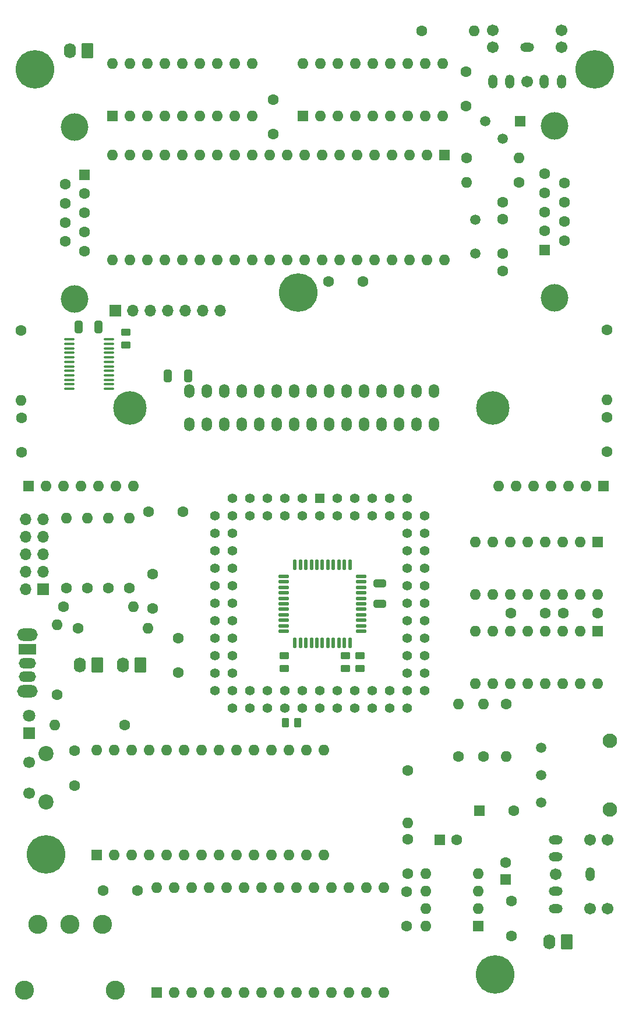
<source format=gbr>
%TF.GenerationSoftware,KiCad,Pcbnew,7.0.11-7.0.11~ubuntu22.04.1*%
%TF.CreationDate,2024-05-25T12:47:59-04:00*%
%TF.ProjectId,coleco_original,636f6c65-636f-45f6-9f72-6967696e616c,DEV*%
%TF.SameCoordinates,Original*%
%TF.FileFunction,Soldermask,Bot*%
%TF.FilePolarity,Negative*%
%FSLAX46Y46*%
G04 Gerber Fmt 4.6, Leading zero omitted, Abs format (unit mm)*
G04 Created by KiCad (PCBNEW 7.0.11-7.0.11~ubuntu22.04.1) date 2024-05-25 12:47:59*
%MOMM*%
%LPD*%
G01*
G04 APERTURE LIST*
G04 Aperture macros list*
%AMRoundRect*
0 Rectangle with rounded corners*
0 $1 Rounding radius*
0 $2 $3 $4 $5 $6 $7 $8 $9 X,Y pos of 4 corners*
0 Add a 4 corners polygon primitive as box body*
4,1,4,$2,$3,$4,$5,$6,$7,$8,$9,$2,$3,0*
0 Add four circle primitives for the rounded corners*
1,1,$1+$1,$2,$3*
1,1,$1+$1,$4,$5*
1,1,$1+$1,$6,$7*
1,1,$1+$1,$8,$9*
0 Add four rect primitives between the rounded corners*
20,1,$1+$1,$2,$3,$4,$5,0*
20,1,$1+$1,$4,$5,$6,$7,0*
20,1,$1+$1,$6,$7,$8,$9,0*
20,1,$1+$1,$8,$9,$2,$3,0*%
G04 Aperture macros list end*
%ADD10C,1.500000*%
%ADD11C,1.600000*%
%ADD12O,1.600000X1.600000*%
%ADD13R,1.600000X1.600000*%
%ADD14C,5.600000*%
%ADD15RoundRect,0.250000X0.620000X0.845000X-0.620000X0.845000X-0.620000X-0.845000X0.620000X-0.845000X0*%
%ADD16O,1.740000X2.190000*%
%ADD17C,4.000000*%
%ADD18O,2.006600X1.320800*%
%ADD19O,1.320800X2.006600*%
%ADD20C,1.701800*%
%ADD21C,2.100000*%
%ADD22R,1.700000X1.700000*%
%ADD23O,1.700000X1.700000*%
%ADD24R,1.422400X1.422400*%
%ADD25C,1.422400*%
%ADD26R,1.800000X1.800000*%
%ADD27C,1.800000*%
%ADD28C,2.200000*%
%ADD29C,1.700000*%
%ADD30O,3.000000X1.800000*%
%ADD31R,2.500000X1.500000*%
%ADD32O,2.500000X1.500000*%
%ADD33O,1.500000X2.000000*%
%ADD34C,4.875000*%
%ADD35C,2.775000*%
%ADD36R,1.500000X1.500000*%
%ADD37RoundRect,0.250000X0.325000X0.650000X-0.325000X0.650000X-0.325000X-0.650000X0.325000X-0.650000X0*%
%ADD38RoundRect,0.100000X0.637500X0.100000X-0.637500X0.100000X-0.637500X-0.100000X0.637500X-0.100000X0*%
%ADD39RoundRect,0.250000X0.450000X-0.262500X0.450000X0.262500X-0.450000X0.262500X-0.450000X-0.262500X0*%
%ADD40RoundRect,0.250000X-0.262500X-0.450000X0.262500X-0.450000X0.262500X0.450000X-0.262500X0.450000X0*%
%ADD41RoundRect,0.137500X0.600000X0.137500X-0.600000X0.137500X-0.600000X-0.137500X0.600000X-0.137500X0*%
%ADD42RoundRect,0.137500X0.137500X0.600000X-0.137500X0.600000X-0.137500X-0.600000X0.137500X-0.600000X0*%
%ADD43RoundRect,0.250000X-0.450000X0.262500X-0.450000X-0.262500X0.450000X-0.262500X0.450000X0.262500X0*%
%ADD44RoundRect,0.250000X0.650000X-0.325000X0.650000X0.325000X-0.650000X0.325000X-0.650000X-0.325000X0*%
G04 APERTURE END LIST*
D10*
%TO.C,Y1*%
X136144000Y-73799000D03*
X136144000Y-78679000D03*
%TD*%
D11*
%TO.C,R6*%
X137337800Y-151827800D03*
D12*
X137337800Y-144207800D03*
%TD*%
D13*
%TO.C,C4*%
X140512800Y-169669913D03*
D11*
X140512800Y-167169913D03*
%TD*%
D14*
%TO.C,H6*%
X153466800Y-51955000D03*
%TD*%
D13*
%TO.C,U6*%
X131622800Y-64451800D03*
D12*
X129082800Y-64451800D03*
X126542800Y-64451800D03*
X124002800Y-64451800D03*
X121462800Y-64451800D03*
X118922800Y-64451800D03*
X116382800Y-64451800D03*
X113842800Y-64451800D03*
X111302800Y-64451800D03*
X108762800Y-64451800D03*
X106222800Y-64451800D03*
X103682800Y-64451800D03*
X101142800Y-64451800D03*
X98602800Y-64451800D03*
X96062800Y-64451800D03*
X93522800Y-64451800D03*
X90982800Y-64451800D03*
X88442800Y-64451800D03*
X85902800Y-64451800D03*
X83362800Y-64451800D03*
X83362800Y-79691800D03*
X85902800Y-79691800D03*
X88442800Y-79691800D03*
X90982800Y-79691800D03*
X93522800Y-79691800D03*
X96062800Y-79691800D03*
X98602800Y-79691800D03*
X101142800Y-79691800D03*
X103682800Y-79691800D03*
X106222800Y-79691800D03*
X108762800Y-79691800D03*
X111302800Y-79691800D03*
X113842800Y-79691800D03*
X116382800Y-79691800D03*
X118922800Y-79691800D03*
X121462800Y-79691800D03*
X124002800Y-79691800D03*
X126542800Y-79691800D03*
X129082800Y-79691800D03*
X131622800Y-79691800D03*
%TD*%
D15*
%TO.C,J3*%
X79756000Y-49237200D03*
D16*
X77216000Y-49237200D03*
%TD*%
D17*
%TO.C,J5*%
X77901800Y-60311600D03*
X77901800Y-85311600D03*
D13*
X79321800Y-67271600D03*
D11*
X79321800Y-70041600D03*
X79321800Y-72811600D03*
X79321800Y-75581600D03*
X79321800Y-78351600D03*
X76481800Y-68656600D03*
X76481800Y-71426600D03*
X76481800Y-74196600D03*
X76481800Y-76966600D03*
%TD*%
%TO.C,R19*%
X70078600Y-89928000D03*
D12*
X70078600Y-100088000D03*
%TD*%
D11*
%TO.C,R14*%
X85852000Y-127342200D03*
D12*
X85852000Y-117182200D03*
%TD*%
D11*
%TO.C,R22*%
X85140800Y-147255800D03*
D12*
X74980800Y-147255800D03*
%TD*%
D13*
%TO.C,RN1*%
X71170800Y-112508600D03*
D12*
X73710800Y-112508600D03*
X76250800Y-112508600D03*
X78790800Y-112508600D03*
X81330800Y-112508600D03*
X83870800Y-112508600D03*
X86410800Y-112508600D03*
%TD*%
D11*
%TO.C,R21*%
X75361800Y-142810800D03*
D12*
X75361800Y-132650800D03*
%TD*%
D13*
%TO.C,U1*%
X136565800Y-176455800D03*
D12*
X136565800Y-173915800D03*
X136565800Y-171375800D03*
X136565800Y-168835800D03*
X128945800Y-168835800D03*
X128945800Y-171375800D03*
X128945800Y-173915800D03*
X128945800Y-176455800D03*
%TD*%
D14*
%TO.C,H2*%
X73710800Y-166051800D03*
%TD*%
D13*
%TO.C,U4*%
X89799000Y-186046600D03*
D12*
X92339000Y-186046600D03*
X94879000Y-186046600D03*
X97419000Y-186046600D03*
X99959000Y-186046600D03*
X102499000Y-186046600D03*
X105039000Y-186046600D03*
X107579000Y-186046600D03*
X110119000Y-186046600D03*
X112659000Y-186046600D03*
X115199000Y-186046600D03*
X117739000Y-186046600D03*
X120279000Y-186046600D03*
X122819000Y-186046600D03*
X122819000Y-170806600D03*
X120279000Y-170806600D03*
X117739000Y-170806600D03*
X115199000Y-170806600D03*
X112659000Y-170806600D03*
X110119000Y-170806600D03*
X107579000Y-170806600D03*
X105039000Y-170806600D03*
X102499000Y-170806600D03*
X99959000Y-170806600D03*
X97419000Y-170806600D03*
X94879000Y-170806600D03*
X92339000Y-170806600D03*
X89799000Y-170806600D03*
%TD*%
D13*
%TO.C,U7*%
X111074200Y-58736800D03*
D12*
X113614200Y-58736800D03*
X116154200Y-58736800D03*
X118694200Y-58736800D03*
X121234200Y-58736800D03*
X123774200Y-58736800D03*
X126314200Y-58736800D03*
X128854200Y-58736800D03*
X131394200Y-58736800D03*
X131394200Y-51116800D03*
X128854200Y-51116800D03*
X126314200Y-51116800D03*
X123774200Y-51116800D03*
X121234200Y-51116800D03*
X118694200Y-51116800D03*
X116154200Y-51116800D03*
X113614200Y-51116800D03*
X111074200Y-51116800D03*
%TD*%
D13*
%TO.C,C5*%
X130925688Y-163892800D03*
D11*
X133425688Y-163892800D03*
%TD*%
D18*
%TO.C,J8*%
X143640800Y-48783803D03*
D19*
X138640800Y-53783800D03*
X148640800Y-53783800D03*
X141140800Y-53783800D03*
X146140800Y-53783800D03*
D20*
X138640800Y-46283802D03*
X148640800Y-46283802D03*
X138640800Y-48783803D03*
X148640800Y-48783803D03*
X143640800Y-53783800D03*
%TD*%
D15*
%TO.C,J11*%
X81203800Y-138492800D03*
D16*
X78663800Y-138492800D03*
%TD*%
D11*
%TO.C,C10*%
X86995000Y-171233400D03*
X81995000Y-171233400D03*
%TD*%
%TO.C,C20*%
X70129400Y-102581000D03*
X70129400Y-107581000D03*
%TD*%
D10*
%TO.C,RV1*%
X145698800Y-150514800D03*
X145698800Y-154514800D03*
X145698800Y-158514800D03*
D21*
X155698800Y-149514800D03*
X155698800Y-159514800D03*
%TD*%
D19*
%TO.C,J9*%
X152831800Y-168865800D03*
D18*
X147831803Y-163865800D03*
X147831803Y-173865800D03*
X147831803Y-166365800D03*
X147831803Y-171365800D03*
D20*
X155331801Y-163865800D03*
X155331801Y-173865800D03*
X152831800Y-163865800D03*
X152831800Y-173865800D03*
X147831803Y-168865800D03*
%TD*%
D11*
%TO.C,R10*%
X128320800Y-46341600D03*
D12*
X135940800Y-46341600D03*
%TD*%
D11*
%TO.C,R16*%
X79756000Y-127291400D03*
D12*
X79756000Y-117131400D03*
%TD*%
D22*
%TO.C,J6*%
X73334800Y-127489600D03*
D23*
X70794800Y-127489600D03*
X73334800Y-124949600D03*
X70794800Y-124949600D03*
X73334800Y-122409600D03*
X70794800Y-122409600D03*
X73334800Y-119869600D03*
X70794800Y-119869600D03*
X73334800Y-117329600D03*
X70794800Y-117329600D03*
%TD*%
D11*
%TO.C,R12*%
X142494000Y-68414200D03*
D12*
X134874000Y-68414200D03*
%TD*%
D11*
%TO.C,C8*%
X153934800Y-130999800D03*
X148934800Y-130999800D03*
%TD*%
%TO.C,C7*%
X126161800Y-171425800D03*
X126161800Y-176425800D03*
%TD*%
%TO.C,R17*%
X76708000Y-127291400D03*
D12*
X76708000Y-117131400D03*
%TD*%
D17*
%TO.C,J7*%
X147652600Y-85170800D03*
X147652600Y-60170800D03*
D13*
X146232600Y-78210800D03*
D11*
X146232600Y-75440800D03*
X146232600Y-72670800D03*
X146232600Y-69900800D03*
X146232600Y-67130800D03*
X149072600Y-76825800D03*
X149072600Y-74055800D03*
X149072600Y-71285800D03*
X149072600Y-68515800D03*
%TD*%
D24*
%TO.C,U9*%
X113487200Y-114300900D03*
D25*
X113487200Y-116840900D03*
X110947200Y-114300900D03*
X110947200Y-116840900D03*
X108407200Y-114300900D03*
X108407200Y-116840900D03*
X105867200Y-114300900D03*
X105867200Y-116840900D03*
X103327200Y-114300900D03*
X103327200Y-116840900D03*
X100787200Y-114300900D03*
X98247200Y-116840900D03*
X100787200Y-116840900D03*
X98247200Y-119380900D03*
X100787200Y-119380900D03*
X98247200Y-121920900D03*
X100787200Y-121920900D03*
X98247200Y-124460900D03*
X100787200Y-124460900D03*
X98247200Y-127000900D03*
X100787200Y-127000900D03*
X98247200Y-129540900D03*
X100787200Y-129540900D03*
X98247200Y-132080900D03*
X100787200Y-132080900D03*
X98247200Y-134620900D03*
X100787200Y-134620900D03*
X98247200Y-137160900D03*
X100787200Y-137160900D03*
X98247200Y-139700900D03*
X100787200Y-139700900D03*
X98247200Y-142240900D03*
X100787200Y-144780900D03*
X100787200Y-142240900D03*
X103327200Y-144780900D03*
X103327200Y-142240900D03*
X105867200Y-144780900D03*
X105867200Y-142240900D03*
X108407200Y-144780900D03*
X108407200Y-142240900D03*
X110947200Y-144780900D03*
X110947200Y-142240900D03*
X113487200Y-144780900D03*
X113487200Y-142240900D03*
X116027200Y-144780900D03*
X116027200Y-142240900D03*
X118567200Y-144780900D03*
X118567200Y-142240900D03*
X121107200Y-144780900D03*
X121107200Y-142240900D03*
X123647200Y-144780900D03*
X123647200Y-142240900D03*
X126187200Y-144780900D03*
X128727200Y-142240900D03*
X126187200Y-142240900D03*
X128727200Y-139700900D03*
X126187200Y-139700900D03*
X128727200Y-137160900D03*
X126187200Y-137160900D03*
X128727200Y-134620900D03*
X126187200Y-134620900D03*
X128727200Y-132080900D03*
X126187200Y-132080900D03*
X128727200Y-129540900D03*
X126187200Y-129540900D03*
X128727200Y-127000900D03*
X126187200Y-127000900D03*
X128727200Y-124460900D03*
X126187200Y-124460900D03*
X128727200Y-121920900D03*
X126187200Y-121920900D03*
X128727200Y-119380900D03*
X126187200Y-119380900D03*
X128727200Y-116840900D03*
X126187200Y-114300900D03*
X126187200Y-116840900D03*
X123647200Y-114300900D03*
X123647200Y-116840900D03*
X121107200Y-114300900D03*
X121107200Y-116840900D03*
X118567200Y-114300900D03*
X118567200Y-116840900D03*
X116027200Y-114300900D03*
X116027200Y-116840900D03*
%TD*%
D13*
%TO.C,U11*%
X153873200Y-133616000D03*
D12*
X151333200Y-133616000D03*
X148793200Y-133616000D03*
X146253200Y-133616000D03*
X143713200Y-133616000D03*
X141173200Y-133616000D03*
X138633200Y-133616000D03*
X136093200Y-133616000D03*
X136093200Y-141236000D03*
X138633200Y-141236000D03*
X141173200Y-141236000D03*
X143713200Y-141236000D03*
X146253200Y-141236000D03*
X148793200Y-141236000D03*
X151333200Y-141236000D03*
X153873200Y-141236000D03*
%TD*%
D11*
%TO.C,C16*%
X140081000Y-78746600D03*
X140081000Y-81246600D03*
%TD*%
%TO.C,C18*%
X92964000Y-134632000D03*
X92964000Y-139632000D03*
%TD*%
D26*
%TO.C,D1*%
X71297800Y-148403800D03*
D27*
X71297800Y-145863800D03*
%TD*%
D11*
%TO.C,C15*%
X140131800Y-71253600D03*
X140131800Y-73753600D03*
%TD*%
D13*
%TO.C,RN2*%
X154787600Y-112508600D03*
D12*
X152247600Y-112508600D03*
X149707600Y-112508600D03*
X147167600Y-112508600D03*
X144627600Y-112508600D03*
X142087600Y-112508600D03*
X139547600Y-112508600D03*
%TD*%
D11*
%TO.C,C14*%
X134772400Y-57299800D03*
X134772400Y-52299800D03*
%TD*%
D28*
%TO.C,SW1*%
X73747000Y-158386400D03*
X73747000Y-151386400D03*
D29*
X71247000Y-157136400D03*
X71247000Y-152636400D03*
%TD*%
D15*
%TO.C,J2*%
X149402800Y-178751800D03*
D16*
X146862800Y-178751800D03*
%TD*%
D14*
%TO.C,H7*%
X110375700Y-84352700D03*
%TD*%
D11*
%TO.C,R5*%
X133654800Y-151827800D03*
D12*
X133654800Y-144207800D03*
%TD*%
D13*
%TO.C,U5*%
X81061400Y-166082200D03*
D12*
X83601400Y-166082200D03*
X86141400Y-166082200D03*
X88681400Y-166082200D03*
X91221400Y-166082200D03*
X93761400Y-166082200D03*
X96301400Y-166082200D03*
X98841400Y-166082200D03*
X101381400Y-166082200D03*
X103921400Y-166082200D03*
X106461400Y-166082200D03*
X109001400Y-166082200D03*
X111541400Y-166082200D03*
X114081400Y-166082200D03*
X114081400Y-150842200D03*
X111541400Y-150842200D03*
X109001400Y-150842200D03*
X106461400Y-150842200D03*
X103921400Y-150842200D03*
X101381400Y-150842200D03*
X98841400Y-150842200D03*
X96301400Y-150842200D03*
X93761400Y-150842200D03*
X91221400Y-150842200D03*
X88681400Y-150842200D03*
X86141400Y-150842200D03*
X83601400Y-150842200D03*
X81061400Y-150842200D03*
%TD*%
D11*
%TO.C,R3*%
X126288800Y-153859800D03*
D12*
X126288800Y-161479800D03*
%TD*%
D11*
%TO.C,C19*%
X93649800Y-116267800D03*
X88649800Y-116267800D03*
%TD*%
D14*
%TO.C,H4*%
X72136000Y-52005800D03*
%TD*%
D11*
%TO.C,R18*%
X155270200Y-89801000D03*
D12*
X155270200Y-99961000D03*
%TD*%
D11*
%TO.C,R1*%
X78409800Y-133158800D03*
D12*
X88569800Y-133158800D03*
%TD*%
D14*
%TO.C,H1*%
X138988800Y-183450800D03*
%TD*%
D11*
%TO.C,C6*%
X141401800Y-177822800D03*
X141401800Y-172822800D03*
%TD*%
%TO.C,R2*%
X76271200Y-130029600D03*
D12*
X86431200Y-130029600D03*
%TD*%
D30*
%TO.C,SW3*%
X71011800Y-134113400D03*
X71011800Y-142313400D03*
D31*
X71011800Y-136213400D03*
D32*
X71011800Y-138213400D03*
X71011800Y-140213400D03*
%TD*%
D11*
%TO.C,C12*%
X106730800Y-56338400D03*
X106730800Y-61338400D03*
%TD*%
%TO.C,R15*%
X82778600Y-127316800D03*
D12*
X82778600Y-117156800D03*
%TD*%
D11*
%TO.C,C11*%
X77901800Y-150978800D03*
X77901800Y-155978800D03*
%TD*%
D15*
%TO.C,J10*%
X87426800Y-138472800D03*
D16*
X84886800Y-138472800D03*
%TD*%
D11*
%TO.C,C21*%
X155244800Y-102490200D03*
X155244800Y-107490200D03*
%TD*%
D33*
%TO.C,J4*%
X130073400Y-103567800D03*
X130073400Y-98741800D03*
X127533400Y-103567800D03*
X127533400Y-98741800D03*
X124993400Y-103567800D03*
X124993400Y-98741800D03*
X122453400Y-103567800D03*
X122453400Y-98741800D03*
X119913400Y-103567800D03*
X119913400Y-98741800D03*
X117373400Y-103567800D03*
X117373400Y-98741800D03*
X114833400Y-103567800D03*
X114833400Y-98741800D03*
X112293400Y-103567800D03*
X112293400Y-98741800D03*
X109753400Y-103567800D03*
X109753400Y-98741800D03*
X107213400Y-103567800D03*
X107213400Y-98741800D03*
X104673400Y-103567800D03*
X104673400Y-98741800D03*
X102133400Y-103567800D03*
X102133400Y-98741800D03*
X99593400Y-103567800D03*
X99593400Y-98741800D03*
X97053400Y-103567800D03*
X97053400Y-98741800D03*
X94513400Y-103567800D03*
X94513400Y-98741800D03*
D34*
X138643400Y-101166800D03*
X85943400Y-101166800D03*
%TD*%
D11*
%TO.C,C23*%
X146314800Y-130999800D03*
X141314800Y-130999800D03*
%TD*%
D35*
%TO.C,SW2*%
X72515500Y-176189600D03*
X77215500Y-176189600D03*
X81915500Y-176189600D03*
X70610500Y-185719600D03*
X83820500Y-185719600D03*
%TD*%
D13*
%TO.C,U8*%
X83362800Y-58736800D03*
D12*
X85902800Y-58736800D03*
X88442800Y-58736800D03*
X90982800Y-58736800D03*
X93522800Y-58736800D03*
X96062800Y-58736800D03*
X98602800Y-58736800D03*
X101142800Y-58736800D03*
X103682800Y-58736800D03*
X103682800Y-51116800D03*
X101142800Y-51116800D03*
X98602800Y-51116800D03*
X96062800Y-51116800D03*
X93522800Y-51116800D03*
X90982800Y-51116800D03*
X88442800Y-51116800D03*
X85902800Y-51116800D03*
X83362800Y-51116800D03*
%TD*%
D11*
%TO.C,C1*%
X89204800Y-130284800D03*
X89204800Y-125284800D03*
%TD*%
D36*
%TO.C,Q1*%
X142671800Y-59490800D03*
D10*
X140131800Y-62030800D03*
X137591800Y-59490800D03*
%TD*%
D11*
%TO.C,R11*%
X134874000Y-64858200D03*
D12*
X142494000Y-64858200D03*
%TD*%
D11*
%TO.C,R4*%
X140639800Y-144207800D03*
D12*
X140639800Y-151827800D03*
%TD*%
D22*
%TO.C,J1*%
X83789600Y-86981600D03*
D23*
X86329600Y-86981600D03*
X88869600Y-86981600D03*
X91409600Y-86981600D03*
X93949600Y-86981600D03*
X96489600Y-86981600D03*
X99029600Y-86981600D03*
%TD*%
D11*
%TO.C,C3*%
X126288800Y-163805800D03*
X126288800Y-168805800D03*
%TD*%
D13*
%TO.C,U2*%
X153924000Y-120595800D03*
D12*
X151384000Y-120595800D03*
X148844000Y-120595800D03*
X146304000Y-120595800D03*
X143764000Y-120595800D03*
X141224000Y-120595800D03*
X138684000Y-120595800D03*
X136144000Y-120595800D03*
X136144000Y-128215800D03*
X138684000Y-128215800D03*
X141224000Y-128215800D03*
X143764000Y-128215800D03*
X146304000Y-128215800D03*
X148844000Y-128215800D03*
X151384000Y-128215800D03*
X153924000Y-128215800D03*
%TD*%
D11*
%TO.C,C13*%
X114822600Y-82765200D03*
X119822600Y-82765200D03*
%TD*%
D13*
%TO.C,C2*%
X136713149Y-159701800D03*
D11*
X141713149Y-159701800D03*
%TD*%
D37*
%TO.C,C22*%
X81383400Y-89369200D03*
X78433400Y-89369200D03*
%TD*%
D38*
%TO.C,U10*%
X82847100Y-91204400D03*
X82847100Y-91854400D03*
X82847100Y-92504400D03*
X82847100Y-93154400D03*
X82847100Y-93804400D03*
X82847100Y-94454400D03*
X82847100Y-95104400D03*
X82847100Y-95754400D03*
X82847100Y-96404400D03*
X82847100Y-97054400D03*
X82847100Y-97704400D03*
X82847100Y-98354400D03*
X77122100Y-98354400D03*
X77122100Y-97704400D03*
X77122100Y-97054400D03*
X77122100Y-96404400D03*
X77122100Y-95754400D03*
X77122100Y-95104400D03*
X77122100Y-94454400D03*
X77122100Y-93804400D03*
X77122100Y-93154400D03*
X77122100Y-92504400D03*
X77122100Y-91854400D03*
X77122100Y-91204400D03*
%TD*%
D39*
%TO.C,R20*%
X85344000Y-92007000D03*
X85344000Y-90182000D03*
%TD*%
D37*
%TO.C,C17*%
X94362800Y-96532000D03*
X91412800Y-96532000D03*
%TD*%
D40*
%TO.C,R13*%
X108485300Y-146874800D03*
X110310300Y-146874800D03*
%TD*%
D41*
%TO.C,U3*%
X119554400Y-125604500D03*
X119554400Y-126404500D03*
X119554400Y-127204500D03*
X119554400Y-128004500D03*
X119554400Y-128804500D03*
X119554400Y-129604500D03*
X119554400Y-130404500D03*
X119554400Y-131204500D03*
X119554400Y-132004500D03*
X119554400Y-132804500D03*
X119554400Y-133604500D03*
D42*
X117891900Y-135267000D03*
X117091900Y-135267000D03*
X116291900Y-135267000D03*
X115491900Y-135267000D03*
X114691900Y-135267000D03*
X113891900Y-135267000D03*
X113091900Y-135267000D03*
X112291900Y-135267000D03*
X111491900Y-135267000D03*
X110691900Y-135267000D03*
X109891900Y-135267000D03*
D41*
X108229400Y-133604500D03*
X108229400Y-132804500D03*
X108229400Y-132004500D03*
X108229400Y-131204500D03*
X108229400Y-130404500D03*
X108229400Y-129604500D03*
X108229400Y-128804500D03*
X108229400Y-128004500D03*
X108229400Y-127204500D03*
X108229400Y-126404500D03*
X108229400Y-125604500D03*
D42*
X109891900Y-123942000D03*
X110691900Y-123942000D03*
X111491900Y-123942000D03*
X112291900Y-123942000D03*
X113091900Y-123942000D03*
X113891900Y-123942000D03*
X114691900Y-123942000D03*
X115491900Y-123942000D03*
X116291900Y-123942000D03*
X117091900Y-123942000D03*
X117891900Y-123942000D03*
%TD*%
D43*
%TO.C,R9*%
X119354600Y-137137400D03*
X119354600Y-138962400D03*
%TD*%
%TO.C,R7*%
X117221000Y-137162800D03*
X117221000Y-138987800D03*
%TD*%
D44*
%TO.C,C9*%
X122224800Y-129568100D03*
X122224800Y-126618100D03*
%TD*%
D39*
%TO.C,R8*%
X108331000Y-138962400D03*
X108331000Y-137137400D03*
%TD*%
M02*

</source>
